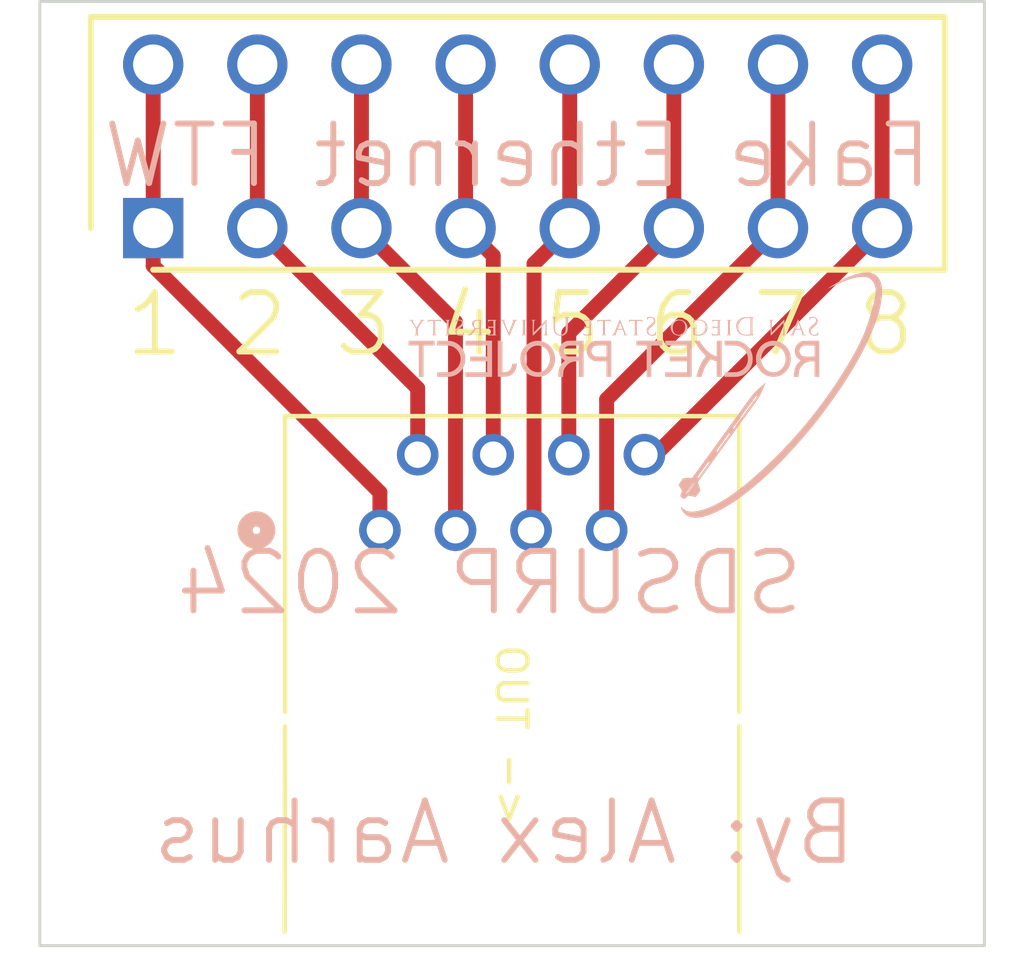
<source format=kicad_pcb>
(kicad_pcb (version 20221018) (generator pcbnew)
  (layers (0 "F.Cu" signal) (31 "B.Cu" power) (34 "B.Paste" user) (35 "F.Paste" user) (36 "B.SilkS" user "B.Silkscreen") (37 "F.SilkS" user "F.Silkscreen") (38 "B.Mask" user) (39 "F.Mask" user) (44 "Edge.Cuts" user))
  (net 0 "")
  (net 1 "Pin 1")
  (net 2 "Pin 5")
  (net 3 "Pin 6")
  (net 4 "Pin 7")
  (net 5 "Pin 2")
  (net 6 "Pin 3")
  (net 7 "Pin 4")
  (net 8 "Pin 8")
  (footprint "MTJ-889X1:CONN_MTJ-889X1_ADM" (layer "F.Cu") (at 36.83 43.18)
    (fp_text reference "J2" hide)
    (fp_text value "MTJ-889X1")
    (pad "" np_thru_hole circle (at -1.27 6.35) (size 3.2004 3.2004) (drill 3.2004) (layers "F&B.Cu" "*.Mask"))
    (pad "" np_thru_hole circle (at 10.16 6.35) (size 3.2004 3.2004) (drill 3.2004) (layers "F&B.Cu" "*.Mask"))
    (pad "1" thru_hole circle (at 0 0) (size 1.397 1.397) (drill 0.889) (layers "*.Cu" "*.Mask") (net 1 "Pin 1"))
    (pad "2" thru_hole circle (at 1.27 -2.54) (size 1.397 1.397) (drill 0.889) (layers "*.Cu" "*.Mask") (net 5 "Pin 2"))
    (pad "3" thru_hole circle (at 2.54 0) (size 1.397 1.397) (drill 0.889) (layers "*.Cu" "*.Mask") (net 6 "Pin 3"))
    (pad "4" thru_hole circle (at 3.81 -2.54) (size 1.397 1.397) (drill 0.889) (layers "*.Cu" "*.Mask") (net 7 "Pin 4"))
    (pad "5" thru_hole circle (at 5.08 0) (size 1.397 1.397) (drill 0.889) (layers "*.Cu" "*.Mask") (net 2 "Pin 5"))
    (pad "6" thru_hole circle (at 6.35 -2.54) (size 1.397 1.397) (drill 0.889) (layers "*.Cu" "*.Mask") (net 3 "Pin 6"))
    (pad "7" thru_hole circle (at 7.62 0) (size 1.397 1.397) (drill 0.889) (layers "*.Cu" "*.Mask") (net 4 "Pin 7"))
    (pad "8" thru_hole circle (at 8.89 -2.54) (size 1.397 1.397) (drill 0.889) (layers "*.Cu" "*.Mask") (net 8 "Pin 8"))
  )
  (footprint "MountingHole:MountingHole_3.2mm_M3" (layer "F.Cu") (at 53.34 41.91)
    (fp_text reference "H1" hide)
    (fp_text value "MountingHole")
    (pad "" np_thru_hole circle (at 0 0) (size 3.2 3.2) (drill 3.2) (layers "*.Cu" "*.Mask"))
  )
  (footprint "MountingHole:MountingHole_3.2mm_M3" (layer "F.Cu") (at 29.21 41.91)
    (fp_text reference "H2" hide)
    (fp_text value "MountingHole")
    (pad "" np_thru_hole circle (at 0 0) (size 3.2 3.2) (drill 3.2) (layers "*.Cu" "*.Mask"))
  )
  (footprint "TBLH10V-350-08BK:RHDR16W80P550X350_2X8_2870X850X1420P" (layer "F.Cu") (at 29.21 33.02)
    (fp_text reference "J1" hide)
    (fp_text value "TBLH10V-350-08BK" hide)
    (pad "1" thru_hole rect (at 0 0) (size 2.025 2.025) (drill 1.35) (layers "*.Cu" "*.Mask") (net 1 "Pin 1"))
    (pad "2" thru_hole circle (at 0 -5.5) (size 2.025 2.025) (drill 1.35) (layers "*.Cu" "*.Mask") (net 1 "Pin 1"))
    (pad "3" thru_hole circle (at 3.5 0) (size 2.025 2.025) (drill 1.35) (layers "*.Cu" "*.Mask") (net 5 "Pin 2"))
    (pad "4" thru_hole circle (at 3.5 -5.5) (size 2.025 2.025) (drill 1.35) (layers "*.Cu" "*.Mask") (net 5 "Pin 2"))
    (pad "5" thru_hole circle (at 7 0) (size 2.025 2.025) (drill 1.35) (layers "*.Cu" "*.Mask") (net 6 "Pin 3"))
    (pad "6" thru_hole circle (at 7 -5.5) (size 2.025 2.025) (drill 1.35) (layers "*.Cu" "*.Mask") (net 6 "Pin 3"))
    (pad "7" thru_hole circle (at 10.5 0) (size 2.025 2.025) (drill 1.35) (layers "*.Cu" "*.Mask") (net 7 "Pin 4"))
    (pad "8" thru_hole circle (at 10.5 -5.5) (size 2.025 2.025) (drill 1.35) (layers "*.Cu" "*.Mask") (net 7 "Pin 4"))
    (pad "9" thru_hole circle (at 14 0) (size 2.025 2.025) (drill 1.35) (layers "*.Cu" "*.Mask") (net 2 "Pin 5"))
    (pad "10" thru_hole circle (at 14 -5.5) (size 2.025 2.025) (drill 1.35) (layers "*.Cu" "*.Mask") (net 2 "Pin 5"))
    (pad "11" thru_hole circle (at 17.5 0) (size 2.025 2.025) (drill 1.35) (layers "*.Cu" "*.Mask") (net 3 "Pin 6"))
    (pad "12" thru_hole circle (at 17.5 -5.5) (size 2.025 2.025) (drill 1.35) (layers "*.Cu" "*.Mask") (net 3 "Pin 6"))
    (pad "13" thru_hole circle (at 21 0) (size 2.025 2.025) (drill 1.35) (layers "*.Cu" "*.Mask") (net 4 "Pin 7"))
    (pad "14" thru_hole circle (at 21 -5.5) (size 2.025 2.025) (drill 1.35) (layers "*.Cu" "*.Mask") (net 4 "Pin 7"))
    (pad "15" thru_hole circle (at 24.5 0) (size 2.025 2.025) (drill 1.35) (layers "*.Cu" "*.Mask") (net 8 "Pin 8"))
    (pad "16" thru_hole circle (at 24.5 -5.5) (size 2.025 2.025) (drill 1.35) (layers "*.Cu" "*.Mask") (net 8 "Pin 8"))
  )
  (footprint "LOGO:RP_Logo" (layer "B.Cu") (at 45.75 38.64 180)
    (fp_text reference "G***" hide)
    (fp_text value "LOGO" hide)
  )
  (gr_rect (start 25.4 25.4) (end 57.15 57.15) (stroke (width 0.1)) (fill none) (layer "Edge.Cuts"))
  (gr_text "Fake Ethernet FTW" (at 55.49 31.76) (layer "B.SilkS") (effects (font (size 2 2) (thickness 0.2)) (justify left bottom mirror)))
  (gr_text "SDSURP 2024" (at 51.17 46.13) (layer "B.SilkS") (effects (font (size 2 2) (thickness 0.2)) (justify left bottom mirror)))
  (gr_text "By: Alex Aarhus" (at 52.95 54.52) (layer "B.SilkS") (effects (font (size 2 2) (thickness 0.2)) (justify left bottom mirror)))
  (gr_text "4" (at 38.71 37.425286) (layer "F.SilkS") (effects (font (size 2 2) (thickness 0.2)) (justify left bottom)))
  (gr_text "2" (at 31.69 37.425286) (layer "F.SilkS") (effects (font (size 2 2) (thickness 0.2)) (justify left bottom)))
  (gr_text "7" (at 49.24 37.425286) (layer "F.SilkS") (effects (font (size 2 2) (thickness 0.2)) (justify left bottom)))
  (gr_text "OUT ->" (at 40.66 46.94 -90) (layer "F.SilkS") (effects (font (size 1 1)) (justify left bottom)))
  (gr_text "1" (at 28.18 37.425286) (layer "F.SilkS") (effects (font (size 2 2) (thickness 0.2)) (justify left bottom)))
  (gr_text "5" (at 42.22 37.425286) (layer "F.SilkS") (effects (font (size 2 2) (thickness 0.2)) (justify left bottom)))
  (gr_text "8" (at 52.75 37.425286) (layer "F.SilkS") (effects (font (size 2 2) (thickness 0.2)) (justify left bottom)))
  (gr_text "6" (at 45.73 37.425286) (layer "F.SilkS") (effects (font (size 2 2) (thickness 0.2)) (justify left bottom)))
  (gr_text "3" (at 35.2 37.425286) (layer "F.SilkS") (effects (font (size 2 2) (thickness 0.2)) (justify left bottom)))
  (segment (start 36.83 41.91) (end 36.83 43.33) (width 0.5) (layer "F.Cu") (net 1))
  (segment (start 29.21 27.52) (end 29.21 33.02) (width 0.5) (layer "F.Cu") (net 1))
  (segment (start 29.21 33.02) (end 29.21 34.29) (width 0.5) (layer "F.Cu") (net 1))
  (segment (start 29.21 34.29) (end 36.83 41.91) (width 0.5) (layer "F.Cu") (net 1))
  (segment (start 42.01 34.22) (end 43.21 33.02) (width 0.5) (layer "F.Cu") (net 2))
  (segment (start 42.01 43.08) (end 42.01 34.22) (width 0.5) (layer "F.Cu") (net 2))
  (segment (start 43.21 33.02) (end 43.21 27.52) (width 0.5) (layer "F.Cu") (net 2))
  (segment (start 42.08 43.5) (end 41.91 43.33) (width 0.5) (layer "F.Cu") (net 2))
  (segment (start 41.91 43.18) (end 42.01 43.08) (width 0.5) (layer "F.Cu") (net 2))
  (segment (start 41.91 43.33) (end 41.91 43.18) (width 0.5) (layer "F.Cu") (net 2))
  (segment (start 46.71 27.52) (end 46.71 33.02) (width 0.5) (layer "F.Cu") (net 3))
  (segment (start 46.71 33.02) (end 43.18 36.55) (width 0.5) (layer "F.Cu") (net 3))
  (segment (start 43.18 36.55) (end 43.18 40.79) (width 0.5) (layer "F.Cu") (net 3))
  (segment (start 44.45 43.18) (end 44.45 38.78) (width 0.5) (layer "F.Cu") (net 4))
  (segment (start 50.21 33.02) (end 50.21 27.52) (width 0.5) (layer "F.Cu") (net 4))
  (segment (start 44.45 38.78) (end 50.21 33.02) (width 0.5) (layer "F.Cu") (net 4))
  (segment (start 44.45 43.33) (end 44.45 43.18) (width 0.5) (layer "F.Cu") (net 4))
  (segment (start 38.1 38.41) (end 38.1 40.64) (width 0.5) (layer "F.Cu") (net 5))
  (segment (start 32.71 33.02) (end 38.1 38.41) (width 0.5) (layer "F.Cu") (net 5))
  (segment (start 32.71 27.52) (end 32.71 33.02) (width 0.5) (layer "F.Cu") (net 5))
  (segment (start 36.21 33.02) (end 39.37 36.18) (width 0.5) (layer "F.Cu") (net 6))
  (segment (start 36.21 27.52) (end 36.21 33.02) (width 0.5) (layer "F.Cu") (net 6))
  (segment (start 39.37 36.18) (end 39.37 43.18) (width 0.5) (layer "F.Cu") (net 6))
  (segment (start 40.64 33.95) (end 40.64 40.64) (width 0.5) (layer "F.Cu") (net 7))
  (segment (start 39.71 33.02) (end 40.64 33.95) (width 0.5) (layer "F.Cu") (net 7))
  (segment (start 39.71 27.52) (end 39.71 33.02) (width 0.5) (layer "F.Cu") (net 7))
  (segment (start 46.09 40.64) (end 53.71 33.02) (width 0.5) (layer "F.Cu") (net 8))
  (segment (start 45.72 40.64) (end 46.09 40.64) (width 0.5) (layer "F.Cu") (net 8))
  (segment (start 53.71 33.02) (end 53.71 27.52) (width 0.5) (layer "F.Cu") (net 8))
  (segment (start 45.72 40.79) (end 45.72 40.64) (width 0.5) (layer "F.Cu") (net 8))
)
</source>
